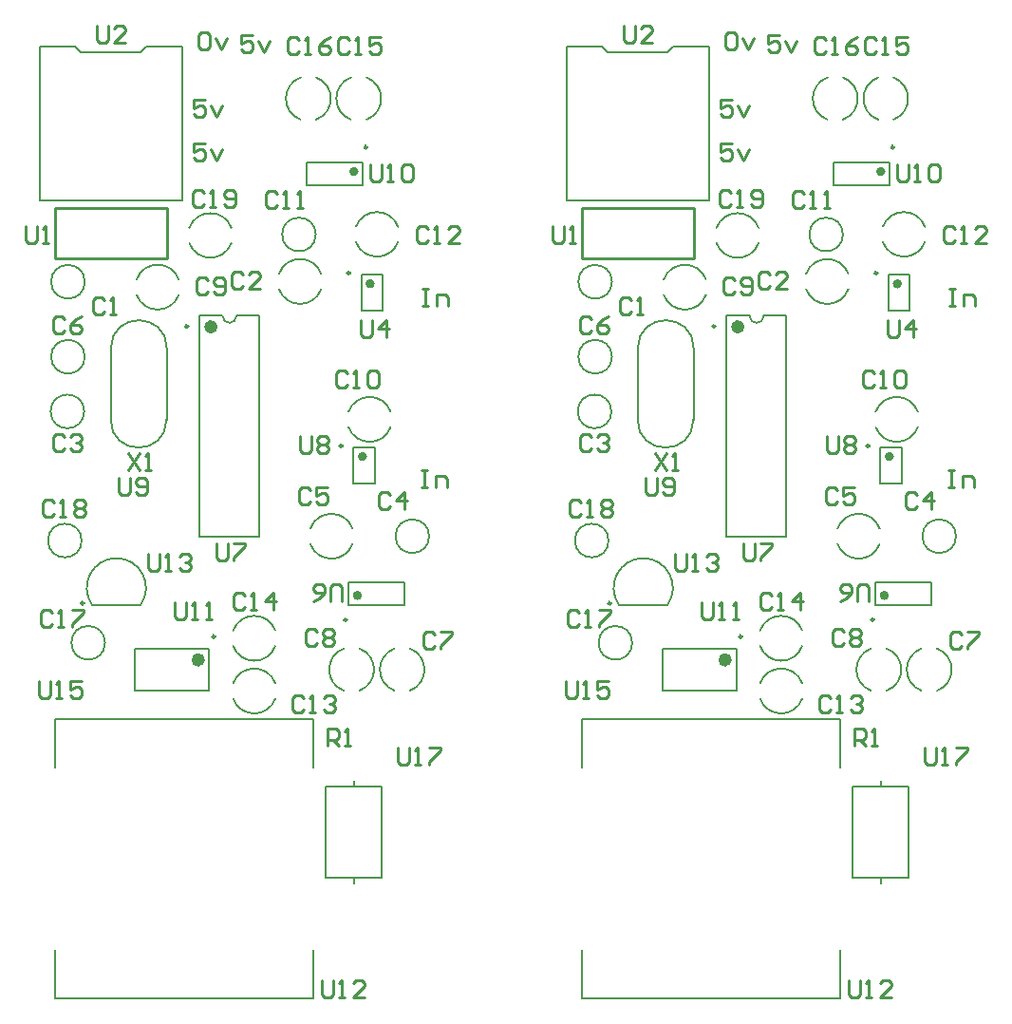
<source format=gto>
%FSLAX23Y23*%
%MOIN*%
G70*
G01*
G75*
G04 Layer_Color=65535*
%ADD10O,0.024X0.075*%
%ADD11O,0.055X0.018*%
%ADD12O,0.018X0.055*%
%ADD13C,0.018*%
%ADD14C,0.047*%
%ADD15C,0.039*%
%ADD16C,0.024*%
%ADD17C,0.079*%
%ADD18R,0.098X0.047*%
%ADD19O,0.098X0.047*%
%ADD20C,0.047*%
%ADD21C,0.079*%
%ADD22C,0.118*%
%ADD23C,0.146*%
%ADD24C,0.051*%
%ADD25C,0.059*%
%ADD26R,0.059X0.059*%
%ADD27O,0.039X0.079*%
%ADD28O,0.039X0.079*%
%ADD29R,0.047X0.098*%
%ADD30O,0.047X0.098*%
%ADD31C,0.024*%
%ADD32C,0.008*%
%ADD33C,0.016*%
%ADD34C,0.010*%
%ADD35C,0.010*%
D16*
X809Y2372D02*
G03*
X809Y2372I-12J0D01*
G01*
X764Y1203D02*
G03*
X764Y1203I-12J0D01*
G01*
X2659Y2372D02*
G03*
X2659Y2372I-12J0D01*
G01*
X2614Y1203D02*
G03*
X2614Y1203I-12J0D01*
G01*
D32*
X1318Y1095D02*
G03*
X1318Y1243I-27J74D01*
G01*
X1264D02*
G03*
X1264Y1095I27J-74D01*
G01*
X1495D02*
G03*
X1495Y1243I-27J74D01*
G01*
X1442D02*
G03*
X1442Y1095I27J-74D01*
G01*
X354Y2267D02*
G03*
X354Y2267I-59J0D01*
G01*
X352Y2075D02*
G03*
X352Y2075I-59J0D01*
G01*
X1146Y1610D02*
G03*
X1294Y1610I74J27D01*
G01*
Y1664D02*
G03*
X1146Y1664I-74J-27D01*
G01*
X1563Y1637D02*
G03*
X1563Y1637I-59J0D01*
G01*
X1428Y2074D02*
G03*
X1280Y2074I-74J-27D01*
G01*
Y2020D02*
G03*
X1428Y2020I74J27D01*
G01*
X1165Y2696D02*
G03*
X1165Y2696I-59J0D01*
G01*
X1112Y3247D02*
G03*
X1112Y3099I27J-74D01*
G01*
X1166D02*
G03*
X1166Y3247I-27J74D01*
G01*
X1289D02*
G03*
X1289Y3099I27J-74D01*
G01*
X1343D02*
G03*
X1343Y3247I-27J74D01*
G01*
X354Y2530D02*
G03*
X354Y2530I-59J0D01*
G01*
X869Y2719D02*
G03*
X721Y2719I-74J-27D01*
G01*
Y2666D02*
G03*
X869Y2666I74J27D01*
G01*
X642Y2297D02*
G03*
X445Y2297I-98J0D01*
G01*
Y2046D02*
G03*
X642Y2046I98J0D01*
G01*
X837Y2411D02*
G03*
X887Y2411I25J0D01*
G01*
X550Y1396D02*
G03*
X379Y1396I-85J60D01*
G01*
X343Y1622D02*
G03*
X343Y1622I-59J0D01*
G01*
X425Y1263D02*
G03*
X425Y1263I-59J0D01*
G01*
X1023Y1121D02*
G03*
X875Y1121I-74J-27D01*
G01*
Y1067D02*
G03*
X1023Y1067I74J27D01*
G01*
X875Y1252D02*
G03*
X1023Y1252I74J27D01*
G01*
Y1306D02*
G03*
X875Y1306I-74J-27D01*
G01*
X1036Y2504D02*
G03*
X1184Y2504I74J27D01*
G01*
Y2558D02*
G03*
X1036Y2558I-74J-27D01*
G01*
X1454Y2723D02*
G03*
X1306Y2723I-74J-27D01*
G01*
Y2670D02*
G03*
X1454Y2670I74J27D01*
G01*
X536Y2484D02*
G03*
X684Y2484I74J27D01*
G01*
Y2538D02*
G03*
X536Y2538I-74J-27D01*
G01*
X250Y15D02*
X1155D01*
X250Y996D02*
X1155D01*
Y15D02*
Y187D01*
X250Y15D02*
Y187D01*
Y824D02*
Y996D01*
X1155Y824D02*
Y996D01*
X1476Y1397D02*
Y1476D01*
X1280Y1397D02*
Y1476D01*
X1476D01*
X1280Y1397D02*
X1476D01*
X1325Y2429D02*
Y2555D01*
X1400Y2429D02*
Y2555D01*
X1325D02*
X1400D01*
X1325Y2429D02*
X1400D01*
X1134Y2870D02*
Y2948D01*
X1331Y2870D02*
Y2948D01*
X1134Y2870D02*
X1331D01*
X1134Y2948D02*
X1331D01*
X1299Y758D02*
X1398D01*
X1201D02*
X1299D01*
X1201Y438D02*
X1299D01*
Y418D02*
Y438D01*
Y758D02*
Y778D01*
Y438D02*
X1398D01*
Y758D01*
X1201Y438D02*
Y758D01*
X195Y3357D02*
X320D01*
X340Y3337D01*
X570Y3357D02*
X695D01*
X550Y3337D02*
X570Y3357D01*
X195Y2817D02*
X695D01*
Y3357D01*
X340Y3337D02*
X550D01*
X195Y3035D02*
Y3357D01*
Y2817D02*
Y3035D01*
X642Y2046D02*
Y2297D01*
X445Y2046D02*
Y2297D01*
X758Y1635D02*
X967D01*
X887Y2411D02*
X967D01*
X758D02*
X837D01*
X967Y1635D02*
Y2411D01*
X758Y1635D02*
Y2411D01*
X379Y1396D02*
X550D01*
X531Y1096D02*
Y1242D01*
X791Y1096D02*
Y1242D01*
X531Y1096D02*
X791D01*
X531Y1242D02*
X791D01*
X1297Y1822D02*
Y1948D01*
X1372Y1822D02*
Y1948D01*
X1297D02*
X1372D01*
X1297Y1822D02*
X1372D01*
X3169Y1095D02*
G03*
X3169Y1243I-27J74D01*
G01*
X3115D02*
G03*
X3115Y1095I27J-74D01*
G01*
X3346D02*
G03*
X3346Y1243I-27J74D01*
G01*
X3292D02*
G03*
X3292Y1095I27J-74D01*
G01*
X2205Y2267D02*
G03*
X2205Y2267I-59J0D01*
G01*
X2203Y2075D02*
G03*
X2203Y2075I-59J0D01*
G01*
X2997Y1610D02*
G03*
X3145Y1610I74J27D01*
G01*
Y1664D02*
G03*
X2997Y1664I-74J-27D01*
G01*
X3413Y1637D02*
G03*
X3413Y1637I-59J0D01*
G01*
X3279Y2074D02*
G03*
X3131Y2074I-74J-27D01*
G01*
Y2020D02*
G03*
X3279Y2020I74J27D01*
G01*
X3016Y2696D02*
G03*
X3016Y2696I-59J0D01*
G01*
X2962Y3247D02*
G03*
X2962Y3099I27J-74D01*
G01*
X3016D02*
G03*
X3016Y3247I-27J74D01*
G01*
X3140D02*
G03*
X3140Y3099I27J-74D01*
G01*
X3193D02*
G03*
X3193Y3247I-27J74D01*
G01*
X2205Y2530D02*
G03*
X2205Y2530I-59J0D01*
G01*
X2720Y2719D02*
G03*
X2572Y2719I-74J-27D01*
G01*
Y2666D02*
G03*
X2720Y2666I74J27D01*
G01*
X2492Y2297D02*
G03*
X2295Y2297I-98J0D01*
G01*
Y2046D02*
G03*
X2492Y2046I98J0D01*
G01*
X2688Y2411D02*
G03*
X2738Y2411I25J0D01*
G01*
X2400Y1396D02*
G03*
X2229Y1396I-85J60D01*
G01*
X2193Y1622D02*
G03*
X2193Y1622I-59J0D01*
G01*
X2276Y1263D02*
G03*
X2276Y1263I-59J0D01*
G01*
X2873Y1121D02*
G03*
X2725Y1121I-74J-27D01*
G01*
Y1067D02*
G03*
X2873Y1067I74J27D01*
G01*
X2725Y1252D02*
G03*
X2873Y1252I74J27D01*
G01*
Y1306D02*
G03*
X2725Y1306I-74J-27D01*
G01*
X2887Y2504D02*
G03*
X3035Y2504I74J27D01*
G01*
Y2558D02*
G03*
X2887Y2558I-74J-27D01*
G01*
X3304Y2723D02*
G03*
X3156Y2723I-74J-27D01*
G01*
Y2670D02*
G03*
X3304Y2670I74J27D01*
G01*
X2387Y2484D02*
G03*
X2535Y2484I74J27D01*
G01*
Y2538D02*
G03*
X2387Y2538I-74J-27D01*
G01*
X2100Y15D02*
X3006D01*
X2100Y996D02*
X3006D01*
Y15D02*
Y187D01*
X2100Y15D02*
Y187D01*
Y824D02*
Y996D01*
X3006Y824D02*
Y996D01*
X3327Y1397D02*
Y1476D01*
X3130Y1397D02*
Y1476D01*
X3327D01*
X3130Y1397D02*
X3327D01*
X3175Y2429D02*
Y2555D01*
X3250Y2429D02*
Y2555D01*
X3175D02*
X3250D01*
X3175Y2429D02*
X3250D01*
X2984Y2870D02*
Y2948D01*
X3181Y2870D02*
Y2948D01*
X2984Y2870D02*
X3181D01*
X2984Y2948D02*
X3181D01*
X3150Y758D02*
X3248D01*
X3051D02*
X3150D01*
X3051Y438D02*
X3150D01*
Y418D02*
Y438D01*
Y758D02*
Y778D01*
Y438D02*
X3248D01*
Y758D01*
X3051Y438D02*
Y758D01*
X2045Y3357D02*
X2170D01*
X2190Y3337D01*
X2420Y3357D02*
X2545D01*
X2400Y3337D02*
X2420Y3357D01*
X2045Y2817D02*
X2545D01*
Y3357D01*
X2190Y3337D02*
X2400D01*
X2045Y3035D02*
Y3357D01*
Y2817D02*
Y3035D01*
X2492Y2046D02*
Y2297D01*
X2295Y2046D02*
Y2297D01*
X2608Y1635D02*
X2817D01*
X2738Y2411D02*
X2817D01*
X2608D02*
X2688D01*
X2817Y1635D02*
Y2411D01*
X2608Y1635D02*
Y2411D01*
X2229Y1396D02*
X2400D01*
X2382Y1096D02*
Y1242D01*
X2642Y1096D02*
Y1242D01*
X2382Y1096D02*
X2642D01*
X2382Y1242D02*
X2642D01*
X3148Y1822D02*
Y1948D01*
X3222Y1822D02*
Y1948D01*
X3148D02*
X3222D01*
X3148Y1822D02*
X3222D01*
D33*
X1319Y1429D02*
G03*
X1319Y1429I-8J0D01*
G01*
X1364Y2523D02*
G03*
X1364Y2523I-8J0D01*
G01*
X1307Y2917D02*
G03*
X1307Y2917I-8J0D01*
G01*
X1337Y1917D02*
G03*
X1337Y1917I-8J0D01*
G01*
X3169Y1429D02*
G03*
X3169Y1429I-8J0D01*
G01*
X3215Y2523D02*
G03*
X3215Y2523I-8J0D01*
G01*
X3157Y2917D02*
G03*
X3157Y2917I-8J0D01*
G01*
X3187Y1917D02*
G03*
X3187Y1917I-8J0D01*
G01*
D34*
X1274Y1344D02*
G03*
X1274Y1344I-5J0D01*
G01*
X1286Y2561D02*
G03*
X1286Y2561I-5J0D01*
G01*
X1346Y3002D02*
G03*
X1346Y3002I-5J0D01*
G01*
X717Y2374D02*
G03*
X717Y2374I-5J0D01*
G01*
X351Y1402D02*
G03*
X351Y1402I-5J0D01*
G01*
X812Y1285D02*
G03*
X812Y1285I-5J0D01*
G01*
X1259Y1954D02*
G03*
X1259Y1954I-5J0D01*
G01*
X3125Y1344D02*
G03*
X3125Y1344I-5J0D01*
G01*
X3137Y2561D02*
G03*
X3137Y2561I-5J0D01*
G01*
X3196Y3002D02*
G03*
X3196Y3002I-5J0D01*
G01*
X2568Y2374D02*
G03*
X2568Y2374I-5J0D01*
G01*
X2202Y1402D02*
G03*
X2202Y1402I-5J0D01*
G01*
X2662Y1285D02*
G03*
X2662Y1285I-5J0D01*
G01*
X3109Y1954D02*
G03*
X3109Y1954I-5J0D01*
G01*
D35*
X250Y2788D02*
X643D01*
X250Y2613D02*
Y2788D01*
X643Y2613D02*
Y2788D01*
X250Y2613D02*
X643D01*
X772Y2841D02*
X762Y2851D01*
X742D01*
X732Y2841D01*
Y2801D01*
X742Y2791D01*
X762D01*
X772Y2801D01*
X792Y2791D02*
X812D01*
X802D01*
Y2851D01*
X792Y2841D01*
X842Y2801D02*
X852Y2791D01*
X872D01*
X882Y2801D01*
Y2841D01*
X872Y2851D01*
X852D01*
X842Y2841D01*
Y2831D01*
X852Y2821D01*
X882D01*
X508Y1930D02*
X548Y1870D01*
Y1930D02*
X508Y1870D01*
X568D02*
X588D01*
X578D01*
Y1930D01*
X568Y1920D01*
X1535Y1869D02*
X1555D01*
X1545D01*
Y1809D01*
X1535D01*
X1555D01*
X1585D02*
Y1849D01*
X1615D01*
X1625Y1839D01*
Y1809D01*
X1539Y2505D02*
X1559D01*
X1549D01*
Y2445D01*
X1539D01*
X1559D01*
X1589D02*
Y2485D01*
X1619D01*
X1629Y2475D01*
Y2445D01*
X1453Y895D02*
Y845D01*
X1463Y835D01*
X1483D01*
X1493Y845D01*
Y895D01*
X1513Y835D02*
X1533D01*
X1523D01*
Y895D01*
X1513Y885D01*
X1563Y895D02*
X1603D01*
Y885D01*
X1563Y845D01*
Y835D01*
X754Y3394D02*
X764Y3404D01*
X784D01*
X794Y3394D01*
Y3354D01*
X784Y3344D01*
X764D01*
X754Y3354D01*
Y3394D01*
X814Y3384D02*
X834Y3344D01*
X854Y3384D01*
X193Y1130D02*
Y1080D01*
X203Y1070D01*
X223D01*
X233Y1080D01*
Y1130D01*
X253Y1070D02*
X273D01*
X263D01*
Y1130D01*
X253Y1120D01*
X343Y1130D02*
X303D01*
Y1100D01*
X323Y1110D01*
X333D01*
X343Y1100D01*
Y1080D01*
X333Y1070D01*
X313D01*
X303Y1080D01*
X943Y3397D02*
X903D01*
Y3367D01*
X923Y3377D01*
X933D01*
X943Y3367D01*
Y3347D01*
X933Y3337D01*
X913D01*
X903Y3347D01*
X963Y3377D02*
X983Y3337D01*
X1003Y3377D01*
X578Y1574D02*
Y1524D01*
X588Y1514D01*
X608D01*
X618Y1524D01*
Y1574D01*
X638Y1514D02*
X658D01*
X648D01*
Y1574D01*
X638Y1564D01*
X688D02*
X698Y1574D01*
X718D01*
X728Y1564D01*
Y1554D01*
X718Y1544D01*
X708D01*
X718D01*
X728Y1534D01*
Y1524D01*
X718Y1514D01*
X698D01*
X688Y1524D01*
X1185Y79D02*
Y29D01*
X1195Y19D01*
X1215D01*
X1225Y29D01*
Y79D01*
X1245Y19D02*
X1265D01*
X1255D01*
Y79D01*
X1245Y69D01*
X1335Y19D02*
X1295D01*
X1335Y59D01*
Y69D01*
X1325Y79D01*
X1305D01*
X1295Y69D01*
X669Y1406D02*
Y1356D01*
X679Y1346D01*
X699D01*
X709Y1356D01*
Y1406D01*
X729Y1346D02*
X749D01*
X739D01*
Y1406D01*
X729Y1396D01*
X779Y1346D02*
X799D01*
X789D01*
Y1406D01*
X779Y1396D01*
X1356Y2941D02*
Y2891D01*
X1366Y2881D01*
X1386D01*
X1396Y2891D01*
Y2941D01*
X1416Y2881D02*
X1436D01*
X1426D01*
Y2941D01*
X1416Y2931D01*
X1466D02*
X1476Y2941D01*
X1496D01*
X1506Y2931D01*
Y2891D01*
X1496Y2881D01*
X1476D01*
X1466Y2891D01*
Y2931D01*
X473Y1841D02*
Y1791D01*
X483Y1781D01*
X503D01*
X513Y1791D01*
Y1841D01*
X533Y1791D02*
X543Y1781D01*
X563D01*
X573Y1791D01*
Y1831D01*
X563Y1841D01*
X543D01*
X533Y1831D01*
Y1821D01*
X543Y1811D01*
X573D01*
X1110Y1988D02*
Y1938D01*
X1120Y1928D01*
X1140D01*
X1150Y1938D01*
Y1988D01*
X1170Y1978D02*
X1180Y1988D01*
X1200D01*
X1210Y1978D01*
Y1968D01*
X1200Y1958D01*
X1210Y1948D01*
Y1938D01*
X1200Y1928D01*
X1180D01*
X1170Y1938D01*
Y1948D01*
X1180Y1958D01*
X1170Y1968D01*
Y1978D01*
X1180Y1958D02*
X1200D01*
X816Y1613D02*
Y1563D01*
X826Y1553D01*
X846D01*
X856Y1563D01*
Y1613D01*
X876D02*
X916D01*
Y1603D01*
X876Y1563D01*
Y1553D01*
X1256Y1408D02*
Y1458D01*
X1246Y1468D01*
X1226D01*
X1216Y1458D01*
Y1408D01*
X1156D02*
X1176Y1418D01*
X1196Y1438D01*
Y1458D01*
X1186Y1468D01*
X1166D01*
X1156Y1458D01*
Y1448D01*
X1166Y1438D01*
X1196D01*
X778Y3170D02*
X738D01*
Y3140D01*
X758Y3150D01*
X768D01*
X778Y3140D01*
Y3120D01*
X768Y3110D01*
X748D01*
X738Y3120D01*
X798Y3150D02*
X818Y3110D01*
X838Y3150D01*
X1323Y2394D02*
Y2344D01*
X1333Y2334D01*
X1353D01*
X1363Y2344D01*
Y2394D01*
X1413Y2334D02*
Y2394D01*
X1383Y2364D01*
X1423D01*
X778Y3016D02*
X738D01*
Y2986D01*
X758Y2996D01*
X768D01*
X778Y2986D01*
Y2966D01*
X768Y2956D01*
X748D01*
X738Y2966D01*
X798Y2996D02*
X818Y2956D01*
X838Y2996D01*
X398Y3430D02*
Y3380D01*
X408Y3370D01*
X428D01*
X438Y3380D01*
Y3430D01*
X498Y3370D02*
X458D01*
X498Y3410D01*
Y3420D01*
X488Y3430D01*
X468D01*
X458Y3420D01*
X146Y2725D02*
Y2675D01*
X156Y2665D01*
X176D01*
X186Y2675D01*
Y2725D01*
X206Y2665D02*
X226D01*
X216D01*
Y2725D01*
X206Y2715D01*
X1207Y903D02*
Y963D01*
X1237D01*
X1247Y953D01*
Y933D01*
X1237Y923D01*
X1207D01*
X1227D02*
X1247Y903D01*
X1267D02*
X1287D01*
X1277D01*
Y963D01*
X1267Y953D01*
X245Y1754D02*
X235Y1764D01*
X215D01*
X205Y1754D01*
Y1714D01*
X215Y1704D01*
X235D01*
X245Y1714D01*
X265Y1704D02*
X285D01*
X275D01*
Y1764D01*
X265Y1754D01*
X315D02*
X325Y1764D01*
X345D01*
X355Y1754D01*
Y1744D01*
X345Y1734D01*
X355Y1724D01*
Y1714D01*
X345Y1704D01*
X325D01*
X315Y1714D01*
Y1724D01*
X325Y1734D01*
X315Y1744D01*
Y1754D01*
X325Y1734D02*
X345D01*
X241Y1368D02*
X231Y1378D01*
X211D01*
X201Y1368D01*
Y1329D01*
X211Y1319D01*
X231D01*
X241Y1329D01*
X261Y1319D02*
X281D01*
X271D01*
Y1378D01*
X261Y1368D01*
X311Y1378D02*
X351D01*
Y1368D01*
X311Y1329D01*
Y1319D01*
X1106Y3379D02*
X1096Y3389D01*
X1076D01*
X1066Y3379D01*
Y3339D01*
X1076Y3329D01*
X1096D01*
X1106Y3339D01*
X1126Y3329D02*
X1146D01*
X1136D01*
Y3389D01*
X1126Y3379D01*
X1216Y3389D02*
X1196Y3379D01*
X1176Y3359D01*
Y3339D01*
X1186Y3329D01*
X1206D01*
X1216Y3339D01*
Y3349D01*
X1206Y3359D01*
X1176D01*
X1283Y3379D02*
X1273Y3389D01*
X1253D01*
X1243Y3379D01*
Y3339D01*
X1253Y3329D01*
X1273D01*
X1283Y3339D01*
X1303Y3329D02*
X1323D01*
X1313D01*
Y3389D01*
X1303Y3379D01*
X1393Y3389D02*
X1353D01*
Y3359D01*
X1373Y3369D01*
X1383D01*
X1393Y3359D01*
Y3339D01*
X1383Y3329D01*
X1363D01*
X1353Y3339D01*
X918Y1428D02*
X908Y1438D01*
X888D01*
X878Y1428D01*
Y1388D01*
X888Y1378D01*
X908D01*
X918Y1388D01*
X938Y1378D02*
X958D01*
X948D01*
Y1438D01*
X938Y1428D01*
X1018Y1378D02*
Y1438D01*
X988Y1408D01*
X1028D01*
X1123Y1069D02*
X1113Y1079D01*
X1093D01*
X1083Y1069D01*
Y1029D01*
X1093Y1019D01*
X1113D01*
X1123Y1029D01*
X1143Y1019D02*
X1163D01*
X1153D01*
Y1079D01*
X1143Y1069D01*
X1193D02*
X1203Y1079D01*
X1223D01*
X1233Y1069D01*
Y1059D01*
X1223Y1049D01*
X1213D01*
X1223D01*
X1233Y1039D01*
Y1029D01*
X1223Y1019D01*
X1203D01*
X1193Y1029D01*
X1560Y2715D02*
X1550Y2725D01*
X1530D01*
X1520Y2715D01*
Y2675D01*
X1530Y2665D01*
X1550D01*
X1560Y2675D01*
X1580Y2665D02*
X1600D01*
X1590D01*
Y2725D01*
X1580Y2715D01*
X1670Y2665D02*
X1630D01*
X1670Y2705D01*
Y2715D01*
X1660Y2725D01*
X1640D01*
X1630Y2715D01*
X1031Y2839D02*
X1021Y2849D01*
X1001D01*
X991Y2839D01*
Y2799D01*
X1001Y2789D01*
X1021D01*
X1031Y2799D01*
X1051Y2789D02*
X1071D01*
X1061D01*
Y2849D01*
X1051Y2839D01*
X1101Y2789D02*
X1121D01*
X1111D01*
Y2849D01*
X1101Y2839D01*
X1278Y2210D02*
X1268Y2220D01*
X1248D01*
X1238Y2210D01*
Y2170D01*
X1248Y2160D01*
X1268D01*
X1278Y2170D01*
X1298Y2160D02*
X1318D01*
X1308D01*
Y2220D01*
X1298Y2210D01*
X1348D02*
X1358Y2220D01*
X1378D01*
X1388Y2210D01*
Y2170D01*
X1378Y2160D01*
X1358D01*
X1348Y2170D01*
Y2210D01*
X788Y2534D02*
X778Y2544D01*
X758D01*
X748Y2534D01*
Y2494D01*
X758Y2484D01*
X778D01*
X788Y2494D01*
X808D02*
X818Y2484D01*
X838D01*
X848Y2494D01*
Y2534D01*
X838Y2544D01*
X818D01*
X808Y2534D01*
Y2524D01*
X818Y2514D01*
X848D01*
X1169Y1303D02*
X1159Y1313D01*
X1139D01*
X1129Y1303D01*
Y1263D01*
X1139Y1253D01*
X1159D01*
X1169Y1263D01*
X1189Y1303D02*
X1199Y1313D01*
X1219D01*
X1229Y1303D01*
Y1293D01*
X1219Y1283D01*
X1229Y1273D01*
Y1263D01*
X1219Y1253D01*
X1199D01*
X1189Y1263D01*
Y1273D01*
X1199Y1283D01*
X1189Y1293D01*
Y1303D01*
X1199Y1283D02*
X1219D01*
X1582Y1293D02*
X1572Y1303D01*
X1552D01*
X1542Y1293D01*
Y1253D01*
X1552Y1243D01*
X1572D01*
X1582Y1253D01*
X1602Y1303D02*
X1642D01*
Y1293D01*
X1602Y1253D01*
Y1243D01*
X284Y2400D02*
X274Y2410D01*
X254D01*
X244Y2400D01*
Y2360D01*
X254Y2350D01*
X274D01*
X284Y2360D01*
X344Y2410D02*
X324Y2400D01*
X304Y2380D01*
Y2360D01*
X314Y2350D01*
X334D01*
X344Y2360D01*
Y2370D01*
X334Y2380D01*
X304D01*
X1145Y1800D02*
X1135Y1810D01*
X1115D01*
X1105Y1800D01*
Y1760D01*
X1115Y1750D01*
X1135D01*
X1145Y1760D01*
X1205Y1810D02*
X1165D01*
Y1780D01*
X1185Y1790D01*
X1195D01*
X1205Y1780D01*
Y1760D01*
X1195Y1750D01*
X1175D01*
X1165Y1760D01*
X1428Y1781D02*
X1418Y1791D01*
X1398D01*
X1388Y1781D01*
Y1741D01*
X1398Y1731D01*
X1418D01*
X1428Y1741D01*
X1477Y1731D02*
Y1791D01*
X1448Y1761D01*
X1487D01*
X284Y1987D02*
X274Y1997D01*
X254D01*
X244Y1987D01*
Y1947D01*
X254Y1937D01*
X274D01*
X284Y1947D01*
X304Y1987D02*
X314Y1997D01*
X334D01*
X344Y1987D01*
Y1977D01*
X334Y1967D01*
X324D01*
X334D01*
X344Y1957D01*
Y1947D01*
X334Y1937D01*
X314D01*
X304Y1947D01*
X910Y2557D02*
X900Y2567D01*
X880D01*
X870Y2557D01*
Y2517D01*
X880Y2507D01*
X900D01*
X910Y2517D01*
X970Y2507D02*
X930D01*
X970Y2547D01*
Y2557D01*
X960Y2567D01*
X940D01*
X930Y2557D01*
X423Y2466D02*
X413Y2476D01*
X393D01*
X383Y2466D01*
Y2426D01*
X393Y2416D01*
X413D01*
X423Y2426D01*
X443Y2416D02*
X463D01*
X453D01*
Y2476D01*
X443Y2466D01*
X2101Y2788D02*
X2493D01*
X2101Y2613D02*
Y2788D01*
X2493Y2613D02*
Y2788D01*
X2101Y2613D02*
X2493D01*
X2623Y2841D02*
X2613Y2851D01*
X2593D01*
X2583Y2841D01*
Y2801D01*
X2593Y2791D01*
X2613D01*
X2623Y2801D01*
X2643Y2791D02*
X2663D01*
X2653D01*
Y2851D01*
X2643Y2841D01*
X2693Y2801D02*
X2703Y2791D01*
X2723D01*
X2733Y2801D01*
Y2841D01*
X2723Y2851D01*
X2703D01*
X2693Y2841D01*
Y2831D01*
X2703Y2821D01*
X2733D01*
X2358Y1930D02*
X2398Y1870D01*
Y1930D02*
X2358Y1870D01*
X2418D02*
X2438D01*
X2428D01*
Y1930D01*
X2418Y1920D01*
X3386Y1869D02*
X3406D01*
X3396D01*
Y1809D01*
X3386D01*
X3406D01*
X3436D02*
Y1849D01*
X3466D01*
X3476Y1839D01*
Y1809D01*
X3390Y2505D02*
X3410D01*
X3400D01*
Y2445D01*
X3390D01*
X3410D01*
X3440D02*
Y2485D01*
X3470D01*
X3480Y2475D01*
Y2445D01*
X3304Y895D02*
Y845D01*
X3314Y835D01*
X3334D01*
X3344Y845D01*
Y895D01*
X3364Y835D02*
X3384D01*
X3374D01*
Y895D01*
X3364Y885D01*
X3414Y895D02*
X3454D01*
Y885D01*
X3414Y845D01*
Y835D01*
X2604Y3394D02*
X2614Y3404D01*
X2634D01*
X2644Y3394D01*
Y3354D01*
X2634Y3344D01*
X2614D01*
X2604Y3354D01*
Y3394D01*
X2664Y3384D02*
X2684Y3344D01*
X2704Y3384D01*
X2043Y1130D02*
Y1080D01*
X2053Y1070D01*
X2073D01*
X2083Y1080D01*
Y1130D01*
X2103Y1070D02*
X2123D01*
X2113D01*
Y1130D01*
X2103Y1120D01*
X2193Y1130D02*
X2153D01*
Y1100D01*
X2173Y1110D01*
X2183D01*
X2193Y1100D01*
Y1080D01*
X2183Y1070D01*
X2163D01*
X2153Y1080D01*
X2794Y3397D02*
X2754D01*
Y3367D01*
X2774Y3377D01*
X2784D01*
X2794Y3367D01*
Y3347D01*
X2784Y3337D01*
X2764D01*
X2754Y3347D01*
X2814Y3377D02*
X2834Y3337D01*
X2854Y3377D01*
X2428Y1574D02*
Y1524D01*
X2438Y1514D01*
X2458D01*
X2468Y1524D01*
Y1574D01*
X2488Y1514D02*
X2508D01*
X2498D01*
Y1574D01*
X2488Y1564D01*
X2538D02*
X2548Y1574D01*
X2568D01*
X2578Y1564D01*
Y1554D01*
X2568Y1544D01*
X2558D01*
X2568D01*
X2578Y1534D01*
Y1524D01*
X2568Y1514D01*
X2548D01*
X2538Y1524D01*
X3035Y79D02*
Y29D01*
X3045Y19D01*
X3065D01*
X3075Y29D01*
Y79D01*
X3095Y19D02*
X3115D01*
X3105D01*
Y79D01*
X3095Y69D01*
X3185Y19D02*
X3145D01*
X3185Y59D01*
Y69D01*
X3175Y79D01*
X3155D01*
X3145Y69D01*
X2520Y1406D02*
Y1356D01*
X2530Y1346D01*
X2550D01*
X2560Y1356D01*
Y1406D01*
X2580Y1346D02*
X2600D01*
X2590D01*
Y1406D01*
X2580Y1396D01*
X2630Y1346D02*
X2650D01*
X2640D01*
Y1406D01*
X2630Y1396D01*
X3207Y2941D02*
Y2891D01*
X3217Y2881D01*
X3237D01*
X3247Y2891D01*
Y2941D01*
X3267Y2881D02*
X3287D01*
X3277D01*
Y2941D01*
X3267Y2931D01*
X3317D02*
X3327Y2941D01*
X3347D01*
X3357Y2931D01*
Y2891D01*
X3347Y2881D01*
X3327D01*
X3317Y2891D01*
Y2931D01*
X2323Y1841D02*
Y1791D01*
X2333Y1781D01*
X2353D01*
X2363Y1791D01*
Y1841D01*
X2383Y1791D02*
X2393Y1781D01*
X2413D01*
X2423Y1791D01*
Y1831D01*
X2413Y1841D01*
X2393D01*
X2383Y1831D01*
Y1821D01*
X2393Y1811D01*
X2423D01*
X2961Y1988D02*
Y1938D01*
X2971Y1928D01*
X2991D01*
X3001Y1938D01*
Y1988D01*
X3021Y1978D02*
X3031Y1988D01*
X3051D01*
X3061Y1978D01*
Y1968D01*
X3051Y1958D01*
X3061Y1948D01*
Y1938D01*
X3051Y1928D01*
X3031D01*
X3021Y1938D01*
Y1948D01*
X3031Y1958D01*
X3021Y1968D01*
Y1978D01*
X3031Y1958D02*
X3051D01*
X2666Y1613D02*
Y1563D01*
X2676Y1553D01*
X2696D01*
X2706Y1563D01*
Y1613D01*
X2726D02*
X2766D01*
Y1603D01*
X2726Y1563D01*
Y1553D01*
X3106Y1408D02*
Y1458D01*
X3096Y1468D01*
X3076D01*
X3066Y1458D01*
Y1408D01*
X3006D02*
X3026Y1418D01*
X3046Y1438D01*
Y1458D01*
X3036Y1468D01*
X3016D01*
X3006Y1458D01*
Y1448D01*
X3016Y1438D01*
X3046D01*
X2628Y3170D02*
X2588D01*
Y3140D01*
X2608Y3150D01*
X2618D01*
X2628Y3140D01*
Y3120D01*
X2618Y3110D01*
X2598D01*
X2588Y3120D01*
X2648Y3150D02*
X2668Y3110D01*
X2688Y3150D01*
X3173Y2394D02*
Y2344D01*
X3183Y2334D01*
X3203D01*
X3213Y2344D01*
Y2394D01*
X3263Y2334D02*
Y2394D01*
X3233Y2364D01*
X3273D01*
X2628Y3016D02*
X2588D01*
Y2986D01*
X2608Y2996D01*
X2618D01*
X2628Y2986D01*
Y2966D01*
X2618Y2956D01*
X2598D01*
X2588Y2966D01*
X2648Y2996D02*
X2668Y2956D01*
X2688Y2996D01*
X2248Y3430D02*
Y3380D01*
X2258Y3370D01*
X2278D01*
X2288Y3380D01*
Y3430D01*
X2348Y3370D02*
X2308D01*
X2348Y3410D01*
Y3420D01*
X2338Y3430D01*
X2318D01*
X2308Y3420D01*
X1996Y2725D02*
Y2675D01*
X2006Y2665D01*
X2026D01*
X2036Y2675D01*
Y2725D01*
X2056Y2665D02*
X2076D01*
X2066D01*
Y2725D01*
X2056Y2715D01*
X3058Y903D02*
Y963D01*
X3088D01*
X3098Y953D01*
Y933D01*
X3088Y923D01*
X3058D01*
X3078D02*
X3098Y903D01*
X3118D02*
X3138D01*
X3128D01*
Y963D01*
X3118Y953D01*
X2095Y1754D02*
X2085Y1764D01*
X2065D01*
X2055Y1754D01*
Y1714D01*
X2065Y1704D01*
X2085D01*
X2095Y1714D01*
X2115Y1704D02*
X2135D01*
X2125D01*
Y1764D01*
X2115Y1754D01*
X2165D02*
X2175Y1764D01*
X2195D01*
X2205Y1754D01*
Y1744D01*
X2195Y1734D01*
X2205Y1724D01*
Y1714D01*
X2195Y1704D01*
X2175D01*
X2165Y1714D01*
Y1724D01*
X2175Y1734D01*
X2165Y1744D01*
Y1754D01*
X2175Y1734D02*
X2195D01*
X2091Y1368D02*
X2081Y1378D01*
X2061D01*
X2051Y1368D01*
Y1329D01*
X2061Y1319D01*
X2081D01*
X2091Y1329D01*
X2111Y1319D02*
X2131D01*
X2121D01*
Y1378D01*
X2111Y1368D01*
X2161Y1378D02*
X2201D01*
Y1368D01*
X2161Y1329D01*
Y1319D01*
X2956Y3379D02*
X2946Y3389D01*
X2926D01*
X2916Y3379D01*
Y3339D01*
X2926Y3329D01*
X2946D01*
X2956Y3339D01*
X2976Y3329D02*
X2996D01*
X2986D01*
Y3389D01*
X2976Y3379D01*
X3066Y3389D02*
X3046Y3379D01*
X3026Y3359D01*
Y3339D01*
X3036Y3329D01*
X3056D01*
X3066Y3339D01*
Y3349D01*
X3056Y3359D01*
X3026D01*
X3133Y3379D02*
X3123Y3389D01*
X3103D01*
X3093Y3379D01*
Y3339D01*
X3103Y3329D01*
X3123D01*
X3133Y3339D01*
X3153Y3329D02*
X3173D01*
X3163D01*
Y3389D01*
X3153Y3379D01*
X3243Y3389D02*
X3203D01*
Y3359D01*
X3223Y3369D01*
X3233D01*
X3243Y3359D01*
Y3339D01*
X3233Y3329D01*
X3213D01*
X3203Y3339D01*
X2768Y1428D02*
X2758Y1438D01*
X2738D01*
X2728Y1428D01*
Y1388D01*
X2738Y1378D01*
X2758D01*
X2768Y1388D01*
X2788Y1378D02*
X2808D01*
X2798D01*
Y1438D01*
X2788Y1428D01*
X2868Y1378D02*
Y1438D01*
X2838Y1408D01*
X2878D01*
X2973Y1069D02*
X2963Y1079D01*
X2943D01*
X2933Y1069D01*
Y1029D01*
X2943Y1019D01*
X2963D01*
X2973Y1029D01*
X2993Y1019D02*
X3013D01*
X3003D01*
Y1079D01*
X2993Y1069D01*
X3043D02*
X3053Y1079D01*
X3073D01*
X3083Y1069D01*
Y1059D01*
X3073Y1049D01*
X3063D01*
X3073D01*
X3083Y1039D01*
Y1029D01*
X3073Y1019D01*
X3053D01*
X3043Y1029D01*
X3410Y2715D02*
X3400Y2725D01*
X3380D01*
X3370Y2715D01*
Y2675D01*
X3380Y2665D01*
X3400D01*
X3410Y2675D01*
X3430Y2665D02*
X3450D01*
X3440D01*
Y2725D01*
X3430Y2715D01*
X3520Y2665D02*
X3480D01*
X3520Y2705D01*
Y2715D01*
X3510Y2725D01*
X3490D01*
X3480Y2715D01*
X2881Y2839D02*
X2871Y2849D01*
X2851D01*
X2841Y2839D01*
Y2799D01*
X2851Y2789D01*
X2871D01*
X2881Y2799D01*
X2901Y2789D02*
X2921D01*
X2911D01*
Y2849D01*
X2901Y2839D01*
X2951Y2789D02*
X2971D01*
X2961D01*
Y2849D01*
X2951Y2839D01*
X3128Y2210D02*
X3118Y2220D01*
X3098D01*
X3088Y2210D01*
Y2170D01*
X3098Y2160D01*
X3118D01*
X3128Y2170D01*
X3148Y2160D02*
X3168D01*
X3158D01*
Y2220D01*
X3148Y2210D01*
X3198D02*
X3208Y2220D01*
X3228D01*
X3238Y2210D01*
Y2170D01*
X3228Y2160D01*
X3208D01*
X3198Y2170D01*
Y2210D01*
X2638Y2534D02*
X2628Y2544D01*
X2608D01*
X2598Y2534D01*
Y2494D01*
X2608Y2484D01*
X2628D01*
X2638Y2494D01*
X2658D02*
X2668Y2484D01*
X2688D01*
X2698Y2494D01*
Y2534D01*
X2688Y2544D01*
X2668D01*
X2658Y2534D01*
Y2524D01*
X2668Y2514D01*
X2698D01*
X3019Y1303D02*
X3009Y1313D01*
X2989D01*
X2979Y1303D01*
Y1263D01*
X2989Y1253D01*
X3009D01*
X3019Y1263D01*
X3039Y1303D02*
X3049Y1313D01*
X3069D01*
X3079Y1303D01*
Y1293D01*
X3069Y1283D01*
X3079Y1273D01*
Y1263D01*
X3069Y1253D01*
X3049D01*
X3039Y1263D01*
Y1273D01*
X3049Y1283D01*
X3039Y1293D01*
Y1303D01*
X3049Y1283D02*
X3069D01*
X3433Y1293D02*
X3423Y1303D01*
X3403D01*
X3393Y1293D01*
Y1253D01*
X3403Y1243D01*
X3423D01*
X3433Y1253D01*
X3453Y1303D02*
X3493D01*
Y1293D01*
X3453Y1253D01*
Y1243D01*
X2134Y2400D02*
X2124Y2410D01*
X2104D01*
X2094Y2400D01*
Y2360D01*
X2104Y2350D01*
X2124D01*
X2134Y2360D01*
X2194Y2410D02*
X2174Y2400D01*
X2154Y2380D01*
Y2360D01*
X2164Y2350D01*
X2184D01*
X2194Y2360D01*
Y2370D01*
X2184Y2380D01*
X2154D01*
X2995Y1800D02*
X2985Y1810D01*
X2965D01*
X2955Y1800D01*
Y1760D01*
X2965Y1750D01*
X2985D01*
X2995Y1760D01*
X3055Y1810D02*
X3015D01*
Y1780D01*
X3035Y1790D01*
X3045D01*
X3055Y1780D01*
Y1760D01*
X3045Y1750D01*
X3025D01*
X3015Y1760D01*
X3278Y1781D02*
X3268Y1791D01*
X3248D01*
X3238Y1781D01*
Y1741D01*
X3248Y1731D01*
X3268D01*
X3278Y1741D01*
X3328Y1731D02*
Y1791D01*
X3298Y1761D01*
X3338D01*
X2134Y1987D02*
X2124Y1997D01*
X2104D01*
X2094Y1987D01*
Y1947D01*
X2104Y1937D01*
X2124D01*
X2134Y1947D01*
X2154Y1987D02*
X2164Y1997D01*
X2184D01*
X2194Y1987D01*
Y1977D01*
X2184Y1967D01*
X2174D01*
X2184D01*
X2194Y1957D01*
Y1947D01*
X2184Y1937D01*
X2164D01*
X2154Y1947D01*
X2760Y2557D02*
X2750Y2567D01*
X2730D01*
X2720Y2557D01*
Y2517D01*
X2730Y2507D01*
X2750D01*
X2760Y2517D01*
X2820Y2507D02*
X2780D01*
X2820Y2547D01*
Y2557D01*
X2810Y2567D01*
X2790D01*
X2780Y2557D01*
X2274Y2466D02*
X2264Y2476D01*
X2244D01*
X2234Y2466D01*
Y2426D01*
X2244Y2416D01*
X2264D01*
X2274Y2426D01*
X2294Y2416D02*
X2314D01*
X2304D01*
Y2476D01*
X2294Y2466D01*
M02*

</source>
